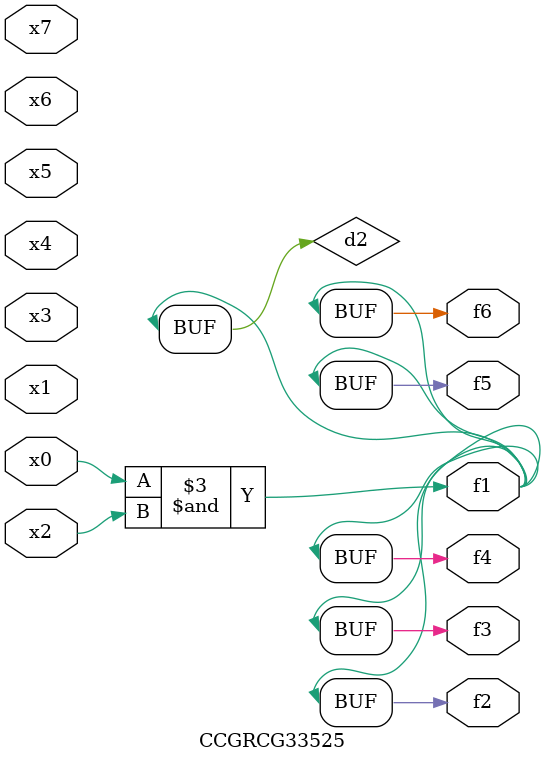
<source format=v>
module CCGRCG33525(
	input x0, x1, x2, x3, x4, x5, x6, x7,
	output f1, f2, f3, f4, f5, f6
);

	wire d1, d2;

	nor (d1, x3, x6);
	and (d2, x0, x2);
	assign f1 = d2;
	assign f2 = d2;
	assign f3 = d2;
	assign f4 = d2;
	assign f5 = d2;
	assign f6 = d2;
endmodule

</source>
